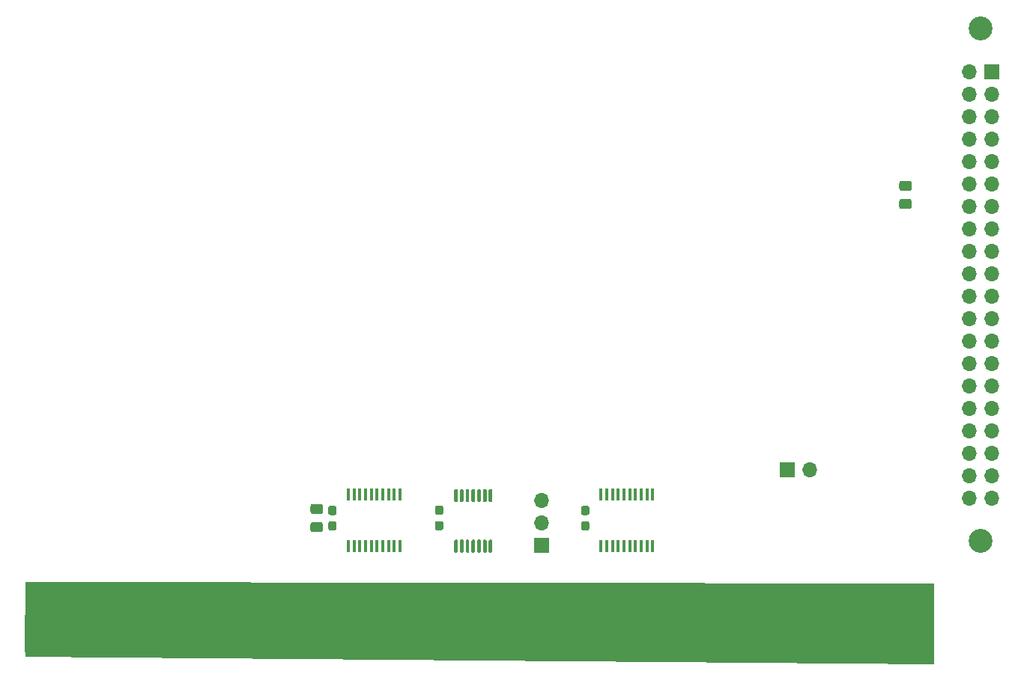
<source format=gbr>
G04 #@! TF.GenerationSoftware,KiCad,Pcbnew,5.1.9-1.fc33*
G04 #@! TF.CreationDate,2021-01-31T23:40:47+01:00*
G04 #@! TF.ProjectId,videocard,76696465-6f63-4617-9264-2e6b69636164,rev?*
G04 #@! TF.SameCoordinates,Original*
G04 #@! TF.FileFunction,Soldermask,Top*
G04 #@! TF.FilePolarity,Negative*
%FSLAX46Y46*%
G04 Gerber Fmt 4.6, Leading zero omitted, Abs format (unit mm)*
G04 Created by KiCad (PCBNEW 5.1.9-1.fc33) date 2021-01-31 23:40:47*
%MOMM*%
%LPD*%
G01*
G04 APERTURE LIST*
%ADD10C,0.100000*%
%ADD11R,1.780000X7.620000*%
%ADD12O,1.700000X1.700000*%
%ADD13R,1.700000X1.700000*%
%ADD14C,2.700000*%
%ADD15R,0.450000X1.450000*%
G04 APERTURE END LIST*
D10*
G36*
X178181000Y-134933500D02*
G01*
X75501500Y-134108000D01*
X75469750Y-133187250D01*
X75501500Y-125757750D01*
X178181000Y-125916500D01*
X178181000Y-134933500D01*
G37*
X178181000Y-134933500D02*
X75501500Y-134108000D01*
X75469750Y-133187250D01*
X75501500Y-125757750D01*
X178181000Y-125916500D01*
X178181000Y-134933500D01*
D11*
X96270000Y-129667000D03*
X98810000Y-129667000D03*
X101350000Y-129667000D03*
X103890000Y-129667000D03*
X106430000Y-129667000D03*
X108970000Y-129667000D03*
X111510000Y-129667000D03*
X114050000Y-129667000D03*
X116590000Y-129667000D03*
X119130000Y-129667000D03*
X121670000Y-129667000D03*
X131830000Y-129667000D03*
X134370000Y-129667000D03*
X136910000Y-129667000D03*
X139450000Y-129667000D03*
X141990000Y-129667000D03*
X144530000Y-129667000D03*
X147070000Y-129667000D03*
X149610000Y-129667000D03*
X152150000Y-129667000D03*
X154690000Y-129667000D03*
X157230000Y-129667000D03*
X159770000Y-129667000D03*
X162310000Y-129667000D03*
X164850000Y-129667000D03*
X167390000Y-129667000D03*
X169930000Y-129667000D03*
X172470000Y-129667000D03*
X175010000Y-129667000D03*
G36*
G01*
X124306000Y-116688500D02*
X124106000Y-116688500D01*
G75*
G02*
X124006000Y-116588500I0J100000D01*
G01*
X124006000Y-115313500D01*
G75*
G02*
X124106000Y-115213500I100000J0D01*
G01*
X124306000Y-115213500D01*
G75*
G02*
X124406000Y-115313500I0J-100000D01*
G01*
X124406000Y-116588500D01*
G75*
G02*
X124306000Y-116688500I-100000J0D01*
G01*
G37*
G36*
G01*
X124956000Y-116688500D02*
X124756000Y-116688500D01*
G75*
G02*
X124656000Y-116588500I0J100000D01*
G01*
X124656000Y-115313500D01*
G75*
G02*
X124756000Y-115213500I100000J0D01*
G01*
X124956000Y-115213500D01*
G75*
G02*
X125056000Y-115313500I0J-100000D01*
G01*
X125056000Y-116588500D01*
G75*
G02*
X124956000Y-116688500I-100000J0D01*
G01*
G37*
G36*
G01*
X125606000Y-116688500D02*
X125406000Y-116688500D01*
G75*
G02*
X125306000Y-116588500I0J100000D01*
G01*
X125306000Y-115313500D01*
G75*
G02*
X125406000Y-115213500I100000J0D01*
G01*
X125606000Y-115213500D01*
G75*
G02*
X125706000Y-115313500I0J-100000D01*
G01*
X125706000Y-116588500D01*
G75*
G02*
X125606000Y-116688500I-100000J0D01*
G01*
G37*
G36*
G01*
X126256000Y-116688500D02*
X126056000Y-116688500D01*
G75*
G02*
X125956000Y-116588500I0J100000D01*
G01*
X125956000Y-115313500D01*
G75*
G02*
X126056000Y-115213500I100000J0D01*
G01*
X126256000Y-115213500D01*
G75*
G02*
X126356000Y-115313500I0J-100000D01*
G01*
X126356000Y-116588500D01*
G75*
G02*
X126256000Y-116688500I-100000J0D01*
G01*
G37*
G36*
G01*
X126906000Y-116688500D02*
X126706000Y-116688500D01*
G75*
G02*
X126606000Y-116588500I0J100000D01*
G01*
X126606000Y-115313500D01*
G75*
G02*
X126706000Y-115213500I100000J0D01*
G01*
X126906000Y-115213500D01*
G75*
G02*
X127006000Y-115313500I0J-100000D01*
G01*
X127006000Y-116588500D01*
G75*
G02*
X126906000Y-116688500I-100000J0D01*
G01*
G37*
G36*
G01*
X127556000Y-116688500D02*
X127356000Y-116688500D01*
G75*
G02*
X127256000Y-116588500I0J100000D01*
G01*
X127256000Y-115313500D01*
G75*
G02*
X127356000Y-115213500I100000J0D01*
G01*
X127556000Y-115213500D01*
G75*
G02*
X127656000Y-115313500I0J-100000D01*
G01*
X127656000Y-116588500D01*
G75*
G02*
X127556000Y-116688500I-100000J0D01*
G01*
G37*
G36*
G01*
X128206000Y-116688500D02*
X128006000Y-116688500D01*
G75*
G02*
X127906000Y-116588500I0J100000D01*
G01*
X127906000Y-115313500D01*
G75*
G02*
X128006000Y-115213500I100000J0D01*
G01*
X128206000Y-115213500D01*
G75*
G02*
X128306000Y-115313500I0J-100000D01*
G01*
X128306000Y-116588500D01*
G75*
G02*
X128206000Y-116688500I-100000J0D01*
G01*
G37*
G36*
G01*
X128206000Y-122413500D02*
X128006000Y-122413500D01*
G75*
G02*
X127906000Y-122313500I0J100000D01*
G01*
X127906000Y-121038500D01*
G75*
G02*
X128006000Y-120938500I100000J0D01*
G01*
X128206000Y-120938500D01*
G75*
G02*
X128306000Y-121038500I0J-100000D01*
G01*
X128306000Y-122313500D01*
G75*
G02*
X128206000Y-122413500I-100000J0D01*
G01*
G37*
G36*
G01*
X127556000Y-122413500D02*
X127356000Y-122413500D01*
G75*
G02*
X127256000Y-122313500I0J100000D01*
G01*
X127256000Y-121038500D01*
G75*
G02*
X127356000Y-120938500I100000J0D01*
G01*
X127556000Y-120938500D01*
G75*
G02*
X127656000Y-121038500I0J-100000D01*
G01*
X127656000Y-122313500D01*
G75*
G02*
X127556000Y-122413500I-100000J0D01*
G01*
G37*
G36*
G01*
X126906000Y-122413500D02*
X126706000Y-122413500D01*
G75*
G02*
X126606000Y-122313500I0J100000D01*
G01*
X126606000Y-121038500D01*
G75*
G02*
X126706000Y-120938500I100000J0D01*
G01*
X126906000Y-120938500D01*
G75*
G02*
X127006000Y-121038500I0J-100000D01*
G01*
X127006000Y-122313500D01*
G75*
G02*
X126906000Y-122413500I-100000J0D01*
G01*
G37*
G36*
G01*
X126256000Y-122413500D02*
X126056000Y-122413500D01*
G75*
G02*
X125956000Y-122313500I0J100000D01*
G01*
X125956000Y-121038500D01*
G75*
G02*
X126056000Y-120938500I100000J0D01*
G01*
X126256000Y-120938500D01*
G75*
G02*
X126356000Y-121038500I0J-100000D01*
G01*
X126356000Y-122313500D01*
G75*
G02*
X126256000Y-122413500I-100000J0D01*
G01*
G37*
G36*
G01*
X125606000Y-122413500D02*
X125406000Y-122413500D01*
G75*
G02*
X125306000Y-122313500I0J100000D01*
G01*
X125306000Y-121038500D01*
G75*
G02*
X125406000Y-120938500I100000J0D01*
G01*
X125606000Y-120938500D01*
G75*
G02*
X125706000Y-121038500I0J-100000D01*
G01*
X125706000Y-122313500D01*
G75*
G02*
X125606000Y-122413500I-100000J0D01*
G01*
G37*
G36*
G01*
X124956000Y-122413500D02*
X124756000Y-122413500D01*
G75*
G02*
X124656000Y-122313500I0J100000D01*
G01*
X124656000Y-121038500D01*
G75*
G02*
X124756000Y-120938500I100000J0D01*
G01*
X124956000Y-120938500D01*
G75*
G02*
X125056000Y-121038500I0J-100000D01*
G01*
X125056000Y-122313500D01*
G75*
G02*
X124956000Y-122413500I-100000J0D01*
G01*
G37*
G36*
G01*
X124306000Y-122413500D02*
X124106000Y-122413500D01*
G75*
G02*
X124006000Y-122313500I0J100000D01*
G01*
X124006000Y-121038500D01*
G75*
G02*
X124106000Y-120938500I100000J0D01*
G01*
X124306000Y-120938500D01*
G75*
G02*
X124406000Y-121038500I0J-100000D01*
G01*
X124406000Y-122313500D01*
G75*
G02*
X124306000Y-122413500I-100000J0D01*
G01*
G37*
D12*
X133858000Y-116459000D03*
X133858000Y-118999000D03*
D13*
X133858000Y-121539000D03*
G36*
G01*
X122063500Y-118827000D02*
X122538500Y-118827000D01*
G75*
G02*
X122776000Y-119064500I0J-237500D01*
G01*
X122776000Y-119639500D01*
G75*
G02*
X122538500Y-119877000I-237500J0D01*
G01*
X122063500Y-119877000D01*
G75*
G02*
X121826000Y-119639500I0J237500D01*
G01*
X121826000Y-119064500D01*
G75*
G02*
X122063500Y-118827000I237500J0D01*
G01*
G37*
G36*
G01*
X122063500Y-117077000D02*
X122538500Y-117077000D01*
G75*
G02*
X122776000Y-117314500I0J-237500D01*
G01*
X122776000Y-117889500D01*
G75*
G02*
X122538500Y-118127000I-237500J0D01*
G01*
X122063500Y-118127000D01*
G75*
G02*
X121826000Y-117889500I0J237500D01*
G01*
X121826000Y-117314500D01*
G75*
G02*
X122063500Y-117077000I237500J0D01*
G01*
G37*
D14*
X183515000Y-63055500D03*
G36*
G01*
X109998500Y-117105000D02*
X110473500Y-117105000D01*
G75*
G02*
X110711000Y-117342500I0J-237500D01*
G01*
X110711000Y-117917500D01*
G75*
G02*
X110473500Y-118155000I-237500J0D01*
G01*
X109998500Y-118155000D01*
G75*
G02*
X109761000Y-117917500I0J237500D01*
G01*
X109761000Y-117342500D01*
G75*
G02*
X109998500Y-117105000I237500J0D01*
G01*
G37*
G36*
G01*
X109998500Y-118855000D02*
X110473500Y-118855000D01*
G75*
G02*
X110711000Y-119092500I0J-237500D01*
G01*
X110711000Y-119667500D01*
G75*
G02*
X110473500Y-119905000I-237500J0D01*
G01*
X109998500Y-119905000D01*
G75*
G02*
X109761000Y-119667500I0J237500D01*
G01*
X109761000Y-119092500D01*
G75*
G02*
X109998500Y-118855000I237500J0D01*
G01*
G37*
G36*
G01*
X138573500Y-118855000D02*
X139048500Y-118855000D01*
G75*
G02*
X139286000Y-119092500I0J-237500D01*
G01*
X139286000Y-119667500D01*
G75*
G02*
X139048500Y-119905000I-237500J0D01*
G01*
X138573500Y-119905000D01*
G75*
G02*
X138336000Y-119667500I0J237500D01*
G01*
X138336000Y-119092500D01*
G75*
G02*
X138573500Y-118855000I237500J0D01*
G01*
G37*
G36*
G01*
X138573500Y-117105000D02*
X139048500Y-117105000D01*
G75*
G02*
X139286000Y-117342500I0J-237500D01*
G01*
X139286000Y-117917500D01*
G75*
G02*
X139048500Y-118155000I-237500J0D01*
G01*
X138573500Y-118155000D01*
G75*
G02*
X138336000Y-117917500I0J237500D01*
G01*
X138336000Y-117342500D01*
G75*
G02*
X138573500Y-117105000I237500J0D01*
G01*
G37*
D12*
X182245000Y-116205000D03*
X184785000Y-116205000D03*
X182245000Y-113665000D03*
X184785000Y-113665000D03*
X182245000Y-111125000D03*
X184785000Y-111125000D03*
X182245000Y-108585000D03*
X184785000Y-108585000D03*
X182245000Y-106045000D03*
X184785000Y-106045000D03*
X182245000Y-103505000D03*
X184785000Y-103505000D03*
X182245000Y-100965000D03*
X184785000Y-100965000D03*
X182245000Y-98425000D03*
X184785000Y-98425000D03*
X182245000Y-95885000D03*
X184785000Y-95885000D03*
X182245000Y-93345000D03*
X184785000Y-93345000D03*
X182245000Y-90805000D03*
X184785000Y-90805000D03*
X182245000Y-88265000D03*
X184785000Y-88265000D03*
X182245000Y-85725000D03*
X184785000Y-85725000D03*
X182245000Y-83185000D03*
X184785000Y-83185000D03*
X182245000Y-80645000D03*
X184785000Y-80645000D03*
X182245000Y-78105000D03*
X184785000Y-78105000D03*
X182245000Y-75565000D03*
X184785000Y-75565000D03*
X182245000Y-73025000D03*
X184785000Y-73025000D03*
X182245000Y-70485000D03*
X184785000Y-70485000D03*
X182245000Y-67945000D03*
D13*
X184785000Y-67945000D03*
D14*
X183515000Y-121031000D03*
G36*
G01*
X174555999Y-80315000D02*
X175456001Y-80315000D01*
G75*
G02*
X175706000Y-80564999I0J-249999D01*
G01*
X175706000Y-81215001D01*
G75*
G02*
X175456001Y-81465000I-249999J0D01*
G01*
X174555999Y-81465000D01*
G75*
G02*
X174306000Y-81215001I0J249999D01*
G01*
X174306000Y-80564999D01*
G75*
G02*
X174555999Y-80315000I249999J0D01*
G01*
G37*
G36*
G01*
X174555999Y-82365000D02*
X175456001Y-82365000D01*
G75*
G02*
X175706000Y-82614999I0J-249999D01*
G01*
X175706000Y-83265001D01*
G75*
G02*
X175456001Y-83515000I-249999J0D01*
G01*
X174555999Y-83515000D01*
G75*
G02*
X174306000Y-83265001I0J249999D01*
G01*
X174306000Y-82614999D01*
G75*
G02*
X174555999Y-82365000I249999J0D01*
G01*
G37*
D12*
X164211000Y-113030000D03*
D13*
X161671000Y-113030000D03*
G36*
G01*
X108007999Y-116891000D02*
X108908001Y-116891000D01*
G75*
G02*
X109158000Y-117140999I0J-249999D01*
G01*
X109158000Y-117791001D01*
G75*
G02*
X108908001Y-118041000I-249999J0D01*
G01*
X108007999Y-118041000D01*
G75*
G02*
X107758000Y-117791001I0J249999D01*
G01*
X107758000Y-117140999D01*
G75*
G02*
X108007999Y-116891000I249999J0D01*
G01*
G37*
G36*
G01*
X108007999Y-118941000D02*
X108908001Y-118941000D01*
G75*
G02*
X109158000Y-119190999I0J-249999D01*
G01*
X109158000Y-119841001D01*
G75*
G02*
X108908001Y-120091000I-249999J0D01*
G01*
X108007999Y-120091000D01*
G75*
G02*
X107758000Y-119841001I0J249999D01*
G01*
X107758000Y-119190999D01*
G75*
G02*
X108007999Y-118941000I249999J0D01*
G01*
G37*
D15*
X140596000Y-115795000D03*
X141246000Y-115795000D03*
X141896000Y-115795000D03*
X142546000Y-115795000D03*
X143196000Y-115795000D03*
X143846000Y-115795000D03*
X144496000Y-115795000D03*
X145146000Y-115795000D03*
X145796000Y-115795000D03*
X146446000Y-115795000D03*
X146446000Y-121695000D03*
X145796000Y-121695000D03*
X145146000Y-121695000D03*
X144496000Y-121695000D03*
X143846000Y-121695000D03*
X143196000Y-121695000D03*
X142546000Y-121695000D03*
X141896000Y-121695000D03*
X141246000Y-121695000D03*
X140596000Y-121695000D03*
X112036000Y-115795000D03*
X112686000Y-115795000D03*
X113336000Y-115795000D03*
X113986000Y-115795000D03*
X114636000Y-115795000D03*
X115286000Y-115795000D03*
X115936000Y-115795000D03*
X116586000Y-115795000D03*
X117236000Y-115795000D03*
X117886000Y-115795000D03*
X117886000Y-121695000D03*
X117236000Y-121695000D03*
X116586000Y-121695000D03*
X115936000Y-121695000D03*
X115286000Y-121695000D03*
X114636000Y-121695000D03*
X113986000Y-121695000D03*
X113336000Y-121695000D03*
X112686000Y-121695000D03*
X112036000Y-121695000D03*
M02*

</source>
